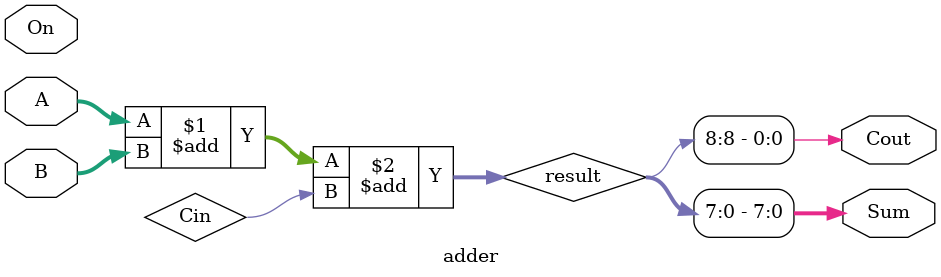
<source format=v>
`timescale 1ns / 1ps


module adder(
    input [7:0] A,
    input [7:0] B,
    input On,
    output [7:0] Sum,
    output Cout
    );
    wire [8:0] result;
    assign result = A+B+Cin;
    assign Sum = result[7:0];
    assign Cout = result[8];
endmodule

</source>
